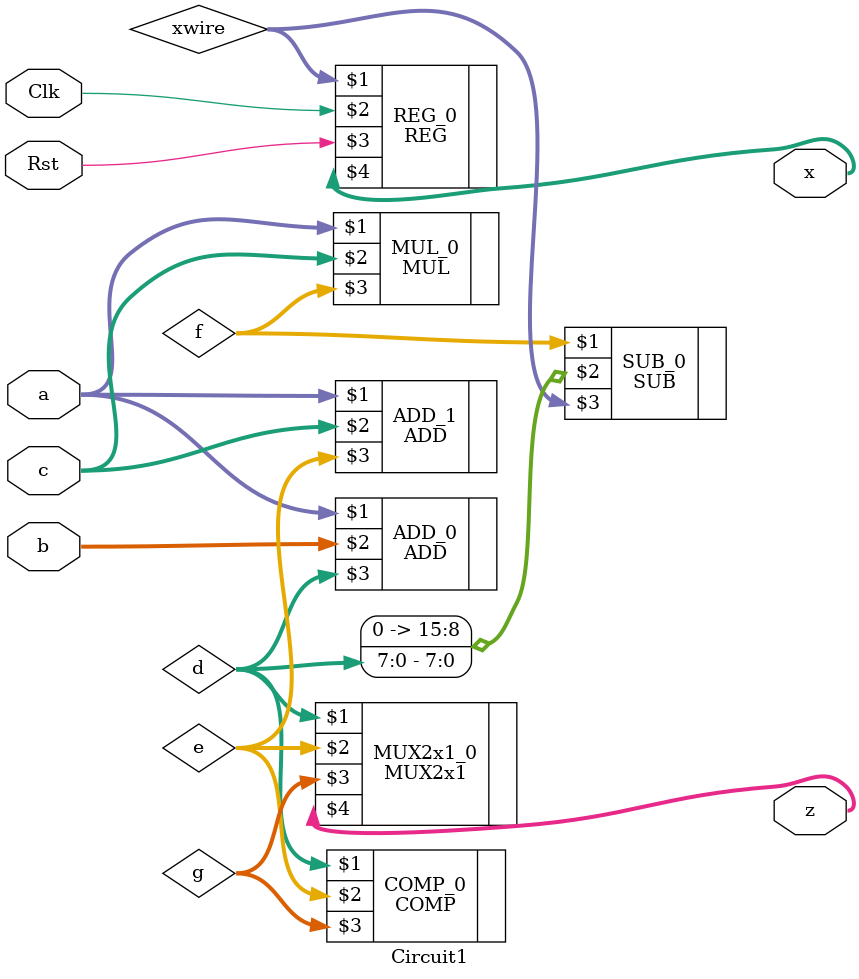
<source format=v>
`timescale 1ns / 1ps

module Circuit1 (a,b,c,z,x,Clk,Rst);
  input Clk, Rst;
  input [7:0] a, b, c;

  output [7:0] z;
  output [15:0] x;

  wire [7:0] d, e;
  wire [15:0] f, g;
  wire [15:0] xwire;

  ADD #(8) ADD_0(a, b, d);
  ADD #(8) ADD_1(a, c, e);
  COMP #(8) COMP_0(d, e, g,,);
  MUX2x1 #(8) MUX2x1_0(d, e, g, z);
  MUL #(16) MUL_0(a, c, f);
  SUB #(16) SUB_0(f, {8'b0,d}, xwire);
  REG #(16) REG_0(xwire, Clk, Rst, x);
endmodule
</source>
